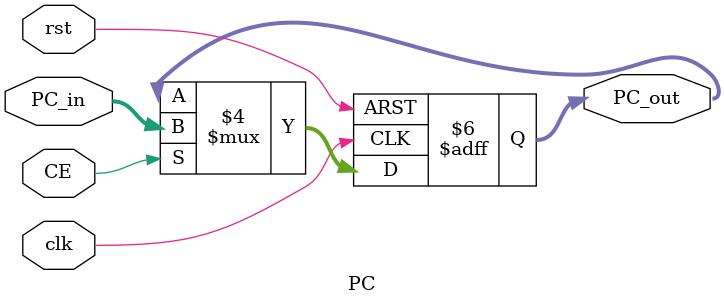
<source format=v>
`timescale 1ns / 1ps


module PC(
    input clk,
    input rst,
    input CE,
    input [31:0] PC_in,
    output reg [31:0] PC_out
    );
    
    always @ (posedge clk or posedge rst) begin
        if(rst == 1'b1) begin
            PC_out <= 32'b0;
        end else if(CE == 1'b1) begin
            PC_out <= PC_in;
        end
    end
            
endmodule
</source>
